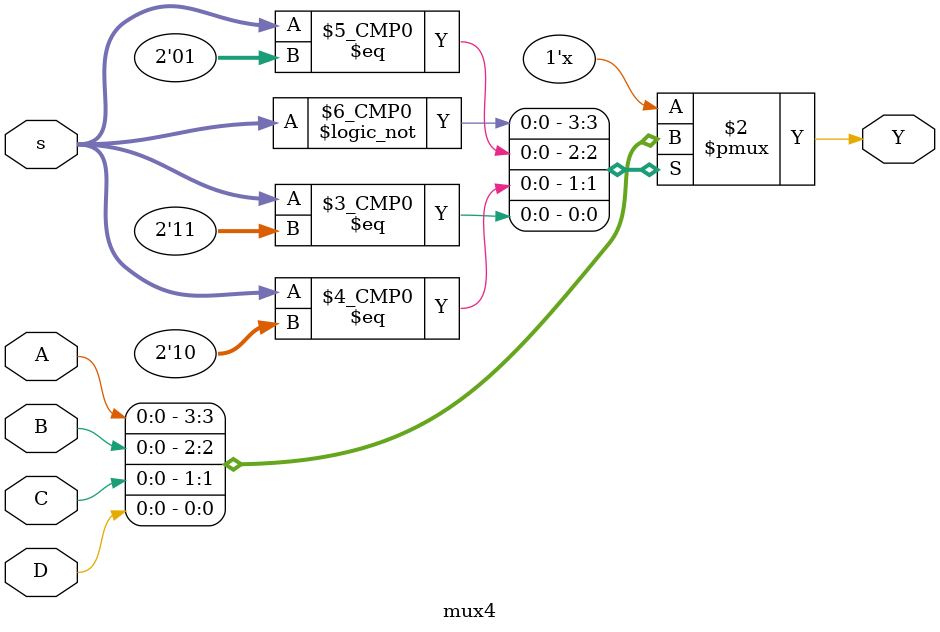
<source format=v>
`timescale 1ns / 1ps


module mux4(s,Y,A,B,C,D);

    input A,B,C,D;
    input [1:0]s;
    output reg Y;
    always @(A,B,C,D,s)
    case (s)
        2'b00 : Y = A;
        2'b01 : Y = B;
        2'b10 : Y = C;
        2'b11 : Y = D;
    endcase
        
    
endmodule

</source>
